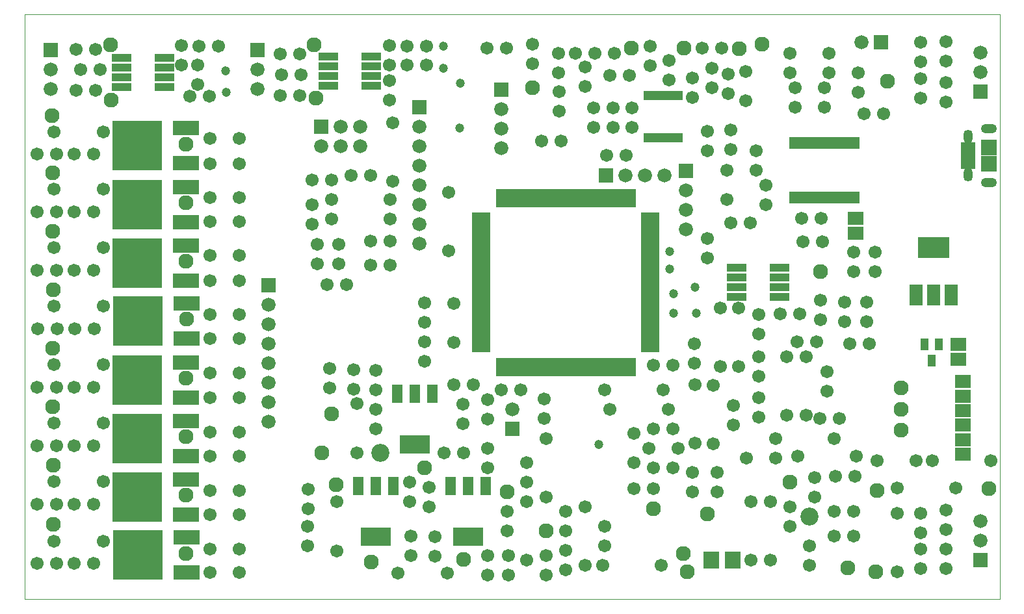
<source format=gts>
G04 (created by PCBNEW-RS274X (2010-03-14)-final) date Mon 08 Apr 2013 11:15:34 AM EDT*
G01*
G70*
G90*
%MOIN*%
G04 Gerber Fmt 3.4, Leading zero omitted, Abs format*
%FSLAX34Y34*%
G04 APERTURE LIST*
%ADD10C,0.002000*%
%ADD11C,0.001000*%
%ADD12R,0.027700X0.051300*%
%ADD13C,0.067000*%
%ADD14R,0.072000X0.072000*%
%ADD15C,0.072000*%
%ADD16C,0.077000*%
%ADD17C,0.092000*%
%ADD18R,0.156000X0.092000*%
%ADD19R,0.052000X0.092000*%
%ADD20R,0.027000X0.092000*%
%ADD21R,0.092000X0.027000*%
%ADD22R,0.028000X0.062000*%
%ADD23R,0.132000X0.077000*%
%ADD24R,0.252000X0.252000*%
%ADD25R,0.098700X0.043600*%
%ADD26C,0.047000*%
%ADD27R,0.079000X0.071200*%
%ADD28R,0.083000X0.091000*%
%ADD29R,0.073100X0.035700*%
%ADD30O,0.049500X0.069200*%
%ADD31O,0.081000X0.047600*%
%ADD32R,0.081000X0.081000*%
%ADD33R,0.043600X0.059400*%
%ADD34R,0.068000X0.108000*%
%ADD35R,0.161700X0.106600*%
G04 APERTURE END LIST*
G54D10*
G54D11*
X13760Y-39080D02*
X13760Y-09080D01*
X63760Y-39080D02*
X13760Y-39080D01*
X63760Y-09080D02*
X63760Y-39080D01*
X13760Y-09080D02*
X63760Y-09080D01*
G54D12*
X45635Y-15412D03*
X45885Y-15412D03*
X46135Y-15412D03*
X46385Y-15412D03*
X46635Y-15412D03*
X46885Y-15412D03*
X47135Y-15412D03*
X47385Y-15412D03*
X47385Y-13248D03*
X47135Y-13248D03*
X46885Y-13248D03*
X46635Y-13248D03*
X46385Y-13248D03*
X46135Y-13248D03*
X45885Y-13248D03*
X45635Y-13248D03*
G54D13*
X50976Y-19769D03*
X49976Y-19769D03*
X59484Y-31972D03*
X57484Y-31972D03*
X59700Y-37510D03*
X59700Y-36510D03*
X61000Y-37500D03*
X61000Y-36500D03*
X61000Y-34500D03*
X61000Y-35500D03*
X59700Y-34670D03*
X59700Y-35670D03*
X54010Y-36330D03*
X54010Y-37330D03*
X55260Y-35830D03*
X56260Y-35830D03*
X55260Y-34580D03*
X56260Y-34580D03*
X55340Y-32780D03*
X56340Y-32780D03*
X54898Y-28417D03*
X54898Y-27417D03*
X51401Y-29744D03*
X51401Y-28744D03*
X54358Y-25878D03*
X53358Y-25878D03*
X51398Y-27634D03*
X51398Y-26634D03*
X48760Y-20580D03*
X48760Y-21580D03*
X48120Y-25970D03*
X48120Y-26970D03*
X46010Y-27080D03*
X47010Y-27080D03*
X50090Y-30130D03*
X50090Y-29130D03*
X48010Y-33580D03*
X48010Y-32580D03*
X46010Y-32330D03*
X47010Y-32330D03*
X47010Y-30330D03*
X46010Y-30330D03*
X43510Y-35330D03*
X43510Y-36330D03*
X40510Y-36830D03*
X40510Y-37830D03*
X38560Y-36830D03*
X38560Y-37830D03*
X37510Y-36830D03*
X37510Y-37830D03*
X40410Y-29800D03*
X40410Y-28800D03*
X34272Y-26882D03*
X34272Y-25882D03*
X34272Y-23868D03*
X34272Y-24868D03*
X35776Y-23894D03*
X35776Y-25894D03*
X29510Y-17580D03*
X28510Y-17580D03*
X28510Y-18830D03*
X28510Y-19830D03*
X32510Y-21930D03*
X31510Y-21930D03*
X29860Y-21880D03*
X29860Y-20880D03*
X28760Y-21880D03*
X28760Y-20880D03*
X40260Y-15580D03*
X41260Y-15580D03*
X43760Y-12200D03*
X44760Y-12200D03*
X48010Y-12330D03*
X48010Y-13330D03*
X53620Y-19520D03*
X54620Y-19520D03*
X53680Y-20750D03*
X54680Y-20750D03*
X57820Y-14160D03*
X56820Y-14160D03*
G54D14*
X28970Y-14840D03*
G54D15*
X28970Y-15840D03*
X29970Y-14840D03*
X29970Y-15840D03*
X30970Y-14840D03*
X30970Y-15840D03*
G54D14*
X34010Y-13830D03*
G54D15*
X34010Y-14830D03*
X34010Y-15830D03*
X34010Y-16830D03*
X34010Y-17830D03*
X34010Y-18830D03*
X34010Y-19830D03*
X34010Y-20830D03*
G54D14*
X38210Y-12920D03*
G54D15*
X38210Y-13920D03*
X38210Y-14920D03*
X38210Y-15920D03*
G54D14*
X26268Y-22965D03*
G54D15*
X26268Y-23965D03*
X26268Y-24965D03*
X26268Y-25965D03*
X26268Y-26965D03*
X26268Y-27965D03*
X26268Y-28965D03*
X26268Y-29965D03*
X62760Y-36080D03*
X62760Y-35080D03*
G54D14*
X62760Y-37080D03*
X47680Y-17090D03*
G54D15*
X47680Y-18090D03*
X47680Y-19090D03*
X47680Y-20090D03*
G54D14*
X43560Y-17350D03*
G54D15*
X44560Y-17350D03*
X45560Y-17350D03*
X46560Y-17350D03*
G54D14*
X38760Y-30330D03*
G54D15*
X38760Y-29330D03*
G54D16*
X39795Y-12850D03*
X51582Y-10602D03*
X47524Y-36740D03*
X22048Y-18720D03*
G54D13*
X40510Y-33830D03*
X40510Y-30830D03*
X56420Y-31730D03*
X53420Y-31730D03*
X55260Y-30830D03*
X52260Y-30830D03*
X49070Y-28090D03*
X49070Y-31090D03*
X48140Y-31080D03*
X48140Y-28080D03*
X46760Y-29330D03*
X43760Y-29330D03*
X43510Y-28330D03*
X46510Y-28330D03*
X39190Y-28330D03*
X38190Y-28330D03*
G54D16*
X54563Y-22272D03*
G54D13*
X39510Y-37080D03*
X39510Y-34080D03*
X43420Y-37340D03*
X46420Y-37340D03*
X42510Y-37330D03*
X42510Y-34330D03*
X58500Y-37660D03*
X58500Y-34660D03*
X52010Y-37080D03*
X52010Y-34080D03*
X51010Y-34080D03*
X51010Y-37080D03*
X56510Y-13080D03*
X56510Y-12080D03*
G54D16*
X34260Y-32330D03*
X29510Y-29580D03*
G54D17*
X32010Y-31580D03*
G54D18*
X33760Y-31130D03*
G54D19*
X33760Y-28530D03*
X32860Y-28530D03*
X34660Y-28530D03*
G54D13*
X29400Y-27250D03*
X29400Y-28250D03*
X31760Y-29330D03*
X31760Y-30330D03*
X31760Y-27330D03*
X31760Y-28330D03*
G54D18*
X31760Y-35880D03*
G54D19*
X31760Y-33280D03*
X30860Y-33280D03*
X32660Y-33280D03*
G54D18*
X36510Y-35880D03*
G54D19*
X36510Y-33280D03*
X35610Y-33280D03*
X37410Y-33280D03*
G54D13*
X37510Y-28830D03*
X37510Y-29830D03*
X35510Y-21200D03*
X35510Y-18200D03*
X28260Y-35330D03*
X28260Y-36330D03*
X33510Y-34080D03*
X33510Y-33080D03*
X34510Y-34330D03*
X34510Y-33330D03*
G54D16*
X29750Y-33200D03*
G54D13*
X24768Y-33490D03*
X23268Y-33490D03*
X24758Y-36490D03*
X23258Y-36490D03*
X23268Y-34730D03*
X24768Y-34730D03*
X23274Y-37689D03*
X24774Y-37689D03*
X37510Y-32330D03*
X37510Y-31330D03*
X36260Y-31580D03*
X35260Y-31580D03*
X51760Y-17830D03*
X51760Y-18830D03*
X48760Y-16080D03*
X48760Y-15080D03*
X48520Y-10810D03*
X49520Y-10810D03*
X43010Y-11080D03*
X44010Y-11080D03*
G54D16*
X31530Y-37170D03*
X29010Y-31580D03*
G54D13*
X52260Y-31830D03*
X50760Y-31830D03*
X45760Y-31330D03*
X47260Y-31330D03*
X45010Y-30580D03*
X45010Y-32080D03*
X32510Y-19580D03*
X29510Y-19580D03*
X32510Y-18580D03*
X29510Y-18580D03*
G54D20*
X44965Y-18505D03*
X44710Y-18505D03*
X44455Y-18505D03*
X44200Y-18505D03*
X43945Y-18505D03*
X43685Y-18505D03*
X43430Y-18505D03*
X43175Y-18505D03*
X42920Y-18505D03*
X42665Y-18505D03*
X42405Y-18505D03*
X42150Y-18505D03*
X41895Y-18505D03*
X41640Y-18505D03*
X41380Y-18505D03*
X41125Y-18505D03*
X40870Y-18505D03*
X40615Y-18505D03*
X40355Y-18505D03*
X40100Y-18505D03*
X39845Y-18505D03*
X39590Y-18505D03*
X39335Y-18505D03*
X39075Y-18505D03*
X38820Y-18505D03*
X38565Y-18505D03*
X38310Y-18505D03*
X38055Y-18505D03*
G54D21*
X37185Y-19375D03*
X37185Y-19630D03*
X37185Y-19885D03*
X37185Y-20140D03*
X37185Y-20395D03*
X37185Y-20655D03*
X37185Y-20910D03*
X37185Y-21165D03*
X37185Y-21420D03*
X37185Y-21675D03*
X37185Y-21935D03*
X37185Y-22190D03*
X37185Y-22445D03*
X37185Y-22700D03*
X37185Y-22960D03*
X37185Y-23215D03*
X37185Y-23470D03*
X37185Y-23725D03*
X37185Y-23985D03*
X37185Y-24240D03*
X37185Y-24495D03*
X37185Y-24750D03*
X37185Y-25005D03*
X37185Y-25265D03*
X37185Y-25520D03*
X37185Y-25775D03*
X37185Y-26030D03*
X37185Y-26285D03*
G54D20*
X38055Y-27155D03*
X38310Y-27155D03*
X38565Y-27155D03*
X38820Y-27155D03*
X39075Y-27155D03*
X39335Y-27155D03*
X39590Y-27155D03*
X39845Y-27155D03*
X40100Y-27155D03*
X40355Y-27155D03*
X40615Y-27155D03*
X40870Y-27155D03*
X41125Y-27155D03*
X41380Y-27155D03*
X41640Y-27155D03*
X41895Y-27155D03*
X42150Y-27155D03*
X42405Y-27155D03*
X42665Y-27155D03*
X42920Y-27155D03*
X43175Y-27155D03*
X43430Y-27155D03*
X43685Y-27155D03*
X43945Y-27155D03*
X44200Y-27155D03*
X44455Y-27155D03*
X44710Y-27155D03*
X44965Y-27155D03*
G54D21*
X45835Y-26285D03*
X45835Y-26030D03*
X45835Y-25775D03*
X45835Y-25520D03*
X45835Y-25265D03*
X45835Y-25005D03*
X45835Y-24750D03*
X45835Y-24495D03*
X45835Y-24240D03*
X45835Y-23985D03*
X45835Y-23725D03*
X45835Y-23470D03*
X45835Y-23215D03*
X45835Y-22960D03*
X45835Y-22700D03*
X45835Y-22445D03*
X45835Y-22190D03*
X45835Y-21935D03*
X45835Y-21675D03*
X45835Y-21420D03*
X45835Y-21165D03*
X45835Y-20910D03*
X45835Y-20655D03*
X45835Y-20395D03*
X45835Y-20140D03*
X45835Y-19885D03*
X45835Y-19630D03*
X45835Y-19375D03*
G54D13*
X50730Y-13500D03*
X50730Y-12000D03*
X49760Y-17080D03*
X49760Y-18580D03*
X23258Y-28730D03*
X24758Y-28730D03*
X23258Y-31730D03*
X24758Y-31730D03*
X24758Y-21450D03*
X23258Y-21450D03*
X24758Y-24460D03*
X23258Y-24460D03*
X24758Y-27460D03*
X23258Y-27460D03*
X24758Y-30500D03*
X23258Y-30500D03*
X23258Y-22730D03*
X24758Y-22730D03*
X23258Y-25710D03*
X24758Y-25710D03*
X24758Y-18470D03*
X23258Y-18470D03*
X23258Y-19710D03*
X24758Y-19710D03*
X24758Y-15420D03*
X23258Y-15420D03*
X23258Y-16730D03*
X24758Y-16730D03*
G54D16*
X22048Y-15720D03*
X63220Y-33398D03*
X46010Y-34430D03*
X57420Y-37660D03*
X38510Y-33580D03*
X48780Y-34690D03*
X40510Y-35580D03*
X47748Y-37677D03*
G54D17*
X54010Y-34830D03*
G54D16*
X55980Y-37480D03*
X53010Y-33080D03*
X57461Y-33516D03*
G54D13*
X42010Y-11080D03*
G54D16*
X44880Y-10810D03*
X50400Y-10830D03*
X36280Y-37020D03*
G54D13*
X30510Y-17330D03*
X31510Y-17330D03*
G54D16*
X58020Y-12510D03*
X47560Y-10810D03*
G54D22*
X53110Y-18480D03*
X53360Y-18480D03*
X53620Y-18480D03*
X53880Y-18480D03*
X54130Y-18480D03*
X54390Y-18480D03*
X54650Y-18480D03*
X54900Y-18480D03*
X55160Y-18480D03*
X55410Y-18480D03*
X55670Y-18480D03*
X55930Y-18480D03*
X56180Y-18480D03*
X56440Y-18480D03*
X56440Y-15680D03*
X56180Y-15680D03*
X55940Y-15680D03*
X55670Y-15680D03*
X55410Y-15680D03*
X55160Y-15680D03*
X54900Y-15680D03*
X54650Y-15680D03*
X54390Y-15680D03*
X54130Y-15680D03*
X53880Y-15680D03*
X53620Y-15680D03*
X53360Y-15680D03*
X53110Y-15680D03*
G54D13*
X29260Y-22950D03*
X30260Y-22950D03*
X36760Y-28080D03*
X35760Y-28080D03*
X55547Y-29795D03*
X54547Y-29795D03*
X49010Y-12830D03*
X49010Y-11830D03*
X42510Y-12780D03*
X42510Y-11780D03*
X45850Y-11700D03*
X45850Y-10700D03*
X39510Y-32080D03*
X39510Y-33080D03*
X49260Y-32580D03*
X49260Y-33580D03*
X38510Y-35580D03*
X38510Y-34580D03*
X46010Y-33410D03*
X45010Y-33410D03*
X41510Y-34580D03*
X41510Y-35580D03*
X41510Y-37580D03*
X41510Y-36580D03*
X54260Y-32830D03*
X54260Y-33830D03*
X53010Y-35330D03*
X53010Y-34330D03*
X33580Y-35840D03*
X33580Y-36840D03*
X53010Y-11080D03*
X53010Y-12080D03*
X55010Y-11080D03*
X55010Y-12080D03*
G54D23*
X22043Y-16695D03*
G54D24*
X19543Y-15795D03*
G54D23*
X22043Y-14895D03*
X22048Y-22730D03*
G54D24*
X19548Y-21830D03*
G54D23*
X22048Y-20930D03*
X22048Y-19730D03*
G54D24*
X19548Y-18830D03*
G54D23*
X22048Y-17930D03*
X22048Y-28730D03*
G54D24*
X19548Y-27830D03*
G54D23*
X22048Y-26930D03*
X22048Y-31730D03*
G54D24*
X19548Y-30830D03*
G54D23*
X22048Y-29930D03*
X22067Y-37687D03*
G54D24*
X19567Y-36787D03*
G54D23*
X22067Y-35887D03*
X22048Y-34730D03*
G54D24*
X19548Y-33830D03*
G54D23*
X22048Y-32930D03*
G54D13*
X31500Y-20700D03*
X32500Y-20700D03*
G54D14*
X57680Y-10500D03*
G54D15*
X56680Y-10500D03*
G54D13*
X32650Y-14632D03*
X32650Y-17632D03*
X44610Y-16290D03*
X43610Y-16290D03*
X41160Y-13020D03*
X41160Y-14020D03*
X41150Y-12060D03*
X41150Y-11060D03*
X15388Y-16250D03*
X14388Y-16250D03*
X15388Y-19200D03*
X14388Y-19200D03*
X15388Y-22200D03*
X14388Y-22200D03*
X15438Y-25200D03*
X14438Y-25200D03*
X15388Y-28200D03*
X14388Y-28200D03*
X15388Y-31200D03*
X14388Y-31200D03*
X15388Y-34200D03*
X14388Y-34200D03*
X15388Y-37250D03*
X14388Y-37250D03*
X38468Y-10807D03*
X37468Y-10807D03*
X39799Y-11587D03*
X39799Y-10587D03*
X59700Y-13360D03*
X59700Y-12360D03*
X59690Y-10500D03*
X59690Y-11500D03*
X60990Y-10480D03*
X60990Y-11480D03*
X61000Y-13580D03*
X61000Y-12580D03*
G54D15*
X62760Y-12040D03*
X62760Y-11040D03*
G54D14*
X62760Y-13040D03*
G54D23*
X22058Y-25710D03*
G54D24*
X19558Y-24810D03*
G54D23*
X22058Y-23910D03*
G54D13*
X43930Y-14860D03*
X43930Y-13860D03*
X44910Y-14860D03*
X44910Y-13860D03*
X42930Y-14860D03*
X42930Y-13860D03*
X36240Y-30070D03*
X36240Y-29070D03*
X30650Y-27300D03*
X30650Y-28300D03*
X28320Y-34430D03*
X28320Y-33430D03*
X34790Y-35880D03*
X34790Y-36880D03*
X16288Y-16250D03*
X17288Y-16250D03*
X16288Y-19200D03*
X17288Y-19200D03*
X16338Y-25200D03*
X17338Y-25200D03*
X16288Y-22200D03*
X17288Y-22200D03*
X16288Y-31200D03*
X17288Y-31200D03*
X16288Y-28200D03*
X17288Y-28200D03*
X16288Y-37250D03*
X17288Y-37250D03*
X16288Y-34200D03*
X17288Y-34200D03*
X49960Y-16000D03*
X49960Y-15000D03*
X51260Y-16080D03*
X51260Y-17080D03*
X54760Y-12840D03*
X54760Y-13840D03*
X53260Y-12840D03*
X53260Y-13840D03*
X60295Y-31976D03*
X63295Y-31976D03*
X58488Y-33382D03*
X61488Y-33382D03*
G54D16*
X22048Y-27720D03*
X22048Y-30720D03*
X22048Y-33720D03*
X22048Y-36720D03*
X22058Y-24700D03*
X22048Y-21720D03*
G54D13*
X51390Y-24470D03*
X51390Y-25470D03*
X54580Y-23740D03*
X54580Y-24740D03*
X50370Y-27130D03*
X50370Y-24130D03*
X49450Y-24130D03*
X49450Y-27130D03*
X52500Y-24420D03*
X53500Y-24420D03*
G54D25*
X50280Y-22070D03*
X50280Y-22570D03*
X50280Y-23070D03*
X50280Y-23570D03*
X52480Y-23570D03*
X52480Y-23070D03*
X52480Y-22570D03*
X52480Y-22070D03*
G54D13*
X53831Y-26638D03*
X53831Y-29638D03*
X52838Y-29634D03*
X52838Y-26634D03*
X15263Y-15100D03*
X17813Y-15100D03*
X15263Y-18050D03*
X17813Y-18050D03*
X15263Y-21050D03*
X17813Y-21050D03*
X15263Y-24050D03*
X17813Y-24050D03*
X15263Y-27050D03*
X17813Y-27050D03*
X15263Y-30050D03*
X17813Y-30050D03*
X32895Y-37730D03*
X35445Y-37730D03*
X15263Y-33050D03*
X17813Y-33050D03*
X15263Y-36100D03*
X17813Y-36100D03*
X29760Y-36605D03*
X29760Y-34055D03*
X30800Y-29025D03*
X30800Y-31575D03*
X49840Y-12140D03*
X49840Y-13140D03*
X46810Y-11420D03*
X46810Y-12420D03*
G54D26*
X46838Y-21232D03*
X46842Y-22142D03*
X43200Y-31130D03*
G54D27*
X56358Y-19546D03*
X56358Y-20296D03*
G54D13*
X56272Y-22283D03*
X56272Y-21283D03*
X55807Y-24827D03*
X55807Y-23827D03*
X56925Y-24835D03*
X56925Y-23835D03*
X57386Y-22283D03*
X57386Y-21283D03*
X26941Y-12165D03*
X27941Y-12165D03*
X57063Y-25980D03*
X56063Y-25980D03*
X26862Y-11102D03*
X27862Y-11102D03*
X26882Y-13248D03*
X27882Y-13248D03*
X32480Y-10681D03*
X32480Y-11681D03*
X33378Y-11673D03*
X34378Y-11673D03*
X34378Y-10689D03*
X33378Y-10689D03*
X32480Y-13453D03*
X32480Y-12453D03*
G54D14*
X25709Y-10890D03*
G54D15*
X25709Y-11890D03*
X25709Y-12890D03*
G54D25*
X31553Y-12738D03*
X31553Y-12238D03*
X31553Y-11738D03*
X31553Y-11238D03*
X29353Y-11238D03*
X29353Y-11738D03*
X29353Y-12238D03*
X29353Y-12738D03*
G54D16*
X15228Y-35240D03*
X15228Y-32213D03*
X15197Y-29213D03*
X15197Y-26213D03*
X15244Y-23213D03*
X15213Y-20209D03*
X15213Y-17209D03*
X15173Y-14268D03*
G54D26*
X35236Y-10689D03*
X35236Y-11831D03*
G54D13*
X16646Y-11909D03*
X17646Y-11909D03*
X23713Y-10709D03*
X22713Y-10709D03*
X23244Y-13268D03*
X22244Y-13268D03*
X21791Y-10661D03*
X21791Y-11661D03*
X22630Y-11673D03*
X22630Y-12673D03*
X16390Y-10866D03*
X17390Y-10866D03*
X17390Y-12972D03*
X16390Y-12972D03*
G54D14*
X15118Y-10909D03*
G54D15*
X15118Y-11909D03*
X15118Y-12909D03*
G54D25*
X20923Y-12797D03*
X20923Y-12297D03*
X20923Y-11797D03*
X20923Y-11297D03*
X18723Y-11297D03*
X18723Y-11797D03*
X18723Y-12297D03*
X18723Y-12797D03*
G54D16*
X18177Y-10646D03*
X18220Y-13476D03*
X28602Y-10650D03*
X28720Y-13366D03*
G54D26*
X24071Y-11953D03*
X24091Y-13079D03*
G54D16*
X58701Y-30413D03*
X58701Y-29331D03*
X58701Y-28228D03*
G54D26*
X47050Y-23400D03*
X47050Y-24400D03*
X48150Y-23070D03*
X48210Y-24410D03*
X36100Y-12600D03*
X36080Y-14900D03*
G54D28*
X50081Y-37079D03*
X48981Y-37079D03*
G54D29*
X62126Y-16828D03*
X62126Y-16571D03*
X62126Y-16315D03*
X62126Y-16059D03*
X62126Y-15803D03*
G54D30*
X62126Y-17299D03*
X62126Y-15331D03*
G54D31*
X63189Y-17693D03*
X63189Y-14937D03*
G54D32*
X63189Y-16719D03*
X63189Y-15911D03*
G54D33*
X60647Y-25989D03*
X60272Y-26821D03*
X59897Y-25989D03*
G54D27*
X61886Y-29392D03*
X61886Y-30142D03*
X61634Y-26753D03*
X61634Y-26003D03*
X61886Y-30892D03*
X61886Y-31642D03*
X61886Y-27912D03*
X61886Y-28662D03*
G54D34*
X59464Y-23476D03*
X60374Y-23476D03*
X61284Y-23476D03*
G54D35*
X60374Y-21036D03*
M02*

</source>
